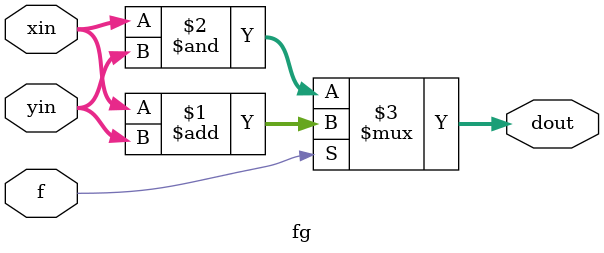
<source format=v>
module fg(
    input [15:0] xin,yin,
    input f,
    output [15:0] dout
);
assign dout = (f)?(xin + yin):(xin & yin);
endmodule
</source>
